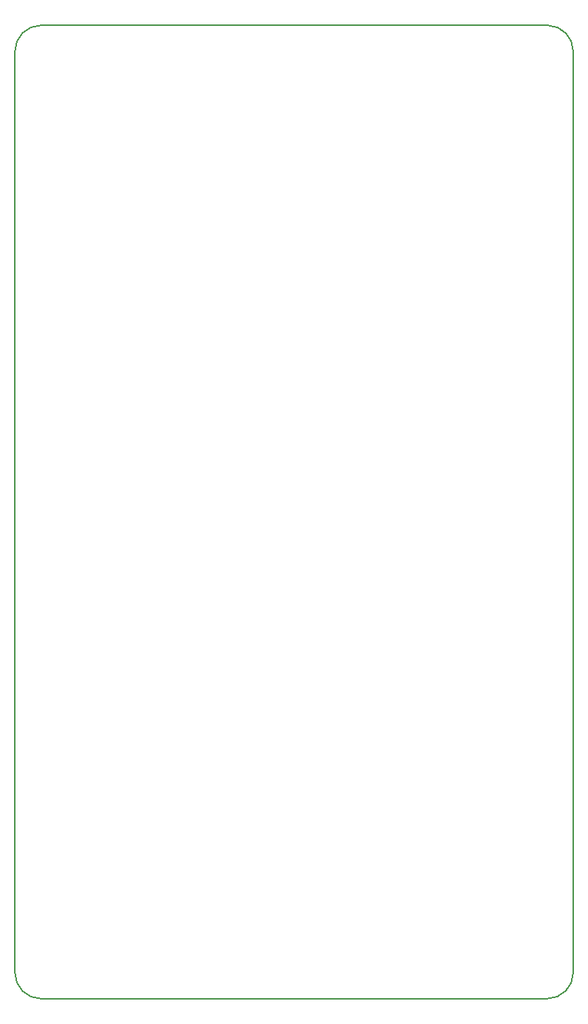
<source format=gbr>
G04 #@! TF.GenerationSoftware,KiCad,Pcbnew,5.1.4+dfsg1-2*
G04 #@! TF.CreationDate,2019-12-05T18:27:04+01:00*
G04 #@! TF.ProjectId,sensor_pcb,73656e73-6f72-45f7-9063-622e6b696361,1*
G04 #@! TF.SameCoordinates,Original*
G04 #@! TF.FileFunction,Profile,NP*
%FSLAX46Y46*%
G04 Gerber Fmt 4.6, Leading zero omitted, Abs format (unit mm)*
G04 Created by KiCad (PCBNEW 5.1.4+dfsg1-2) date 2019-12-05 18:27:04*
%MOMM*%
%LPD*%
G04 APERTURE LIST*
%ADD10C,0.200000*%
G04 APERTURE END LIST*
D10*
X176400000Y-145200000D02*
G75*
G02X173400000Y-148200000I-3000000J0D01*
G01*
X115400000Y-148200000D02*
G75*
G02X112400000Y-145200000I0J3000000D01*
G01*
X112400000Y-39800000D02*
G75*
G02X115400000Y-36800000I3000000J0D01*
G01*
X173400000Y-36800000D02*
G75*
G02X176400000Y-39800000I0J-3000000D01*
G01*
X176400000Y-145200000D02*
X176400000Y-39800000D01*
X112400000Y-145200000D02*
X112400000Y-39800000D01*
X115400000Y-148200000D02*
X173400000Y-148200000D01*
X115400000Y-36800000D02*
X173400000Y-36800000D01*
M02*

</source>
